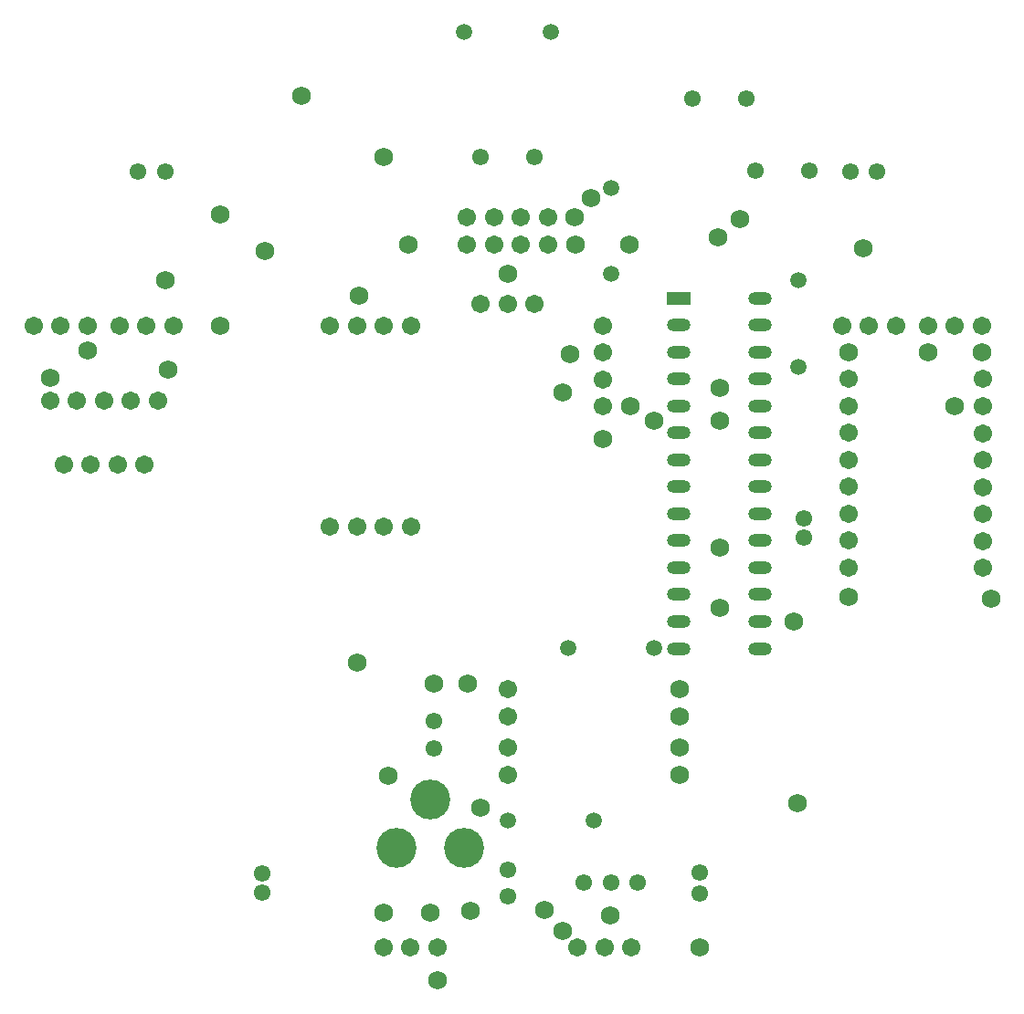
<source format=gts>
G04 Layer_Color=8388736*
%FSLAX44Y44*%
%MOMM*%
G71*
G01*
G75*
%ADD10C,1.5532*%
%ADD11C,1.5032*%
%ADD12C,1.7032*%
%ADD13C,3.7032*%
%ADD14O,2.2032X1.2032*%
%ADD15R,2.2032X1.2032*%
%ADD16C,1.7272*%
D10*
X-68000Y-230000D02*
D03*
Y-255000D02*
D03*
X230000Y281000D02*
D03*
X280000D02*
D03*
X-25000Y293750D02*
D03*
X25000D02*
D03*
X178000Y-390000D02*
D03*
Y-370000D02*
D03*
X121000Y-380000D02*
D03*
X96000D02*
D03*
X71000D02*
D03*
X0Y-392500D02*
D03*
Y-367500D02*
D03*
X-227750Y-371000D02*
D03*
Y-389000D02*
D03*
X221500Y347250D02*
D03*
X171500D02*
D03*
X274750Y-59750D02*
D03*
Y-41750D02*
D03*
X-317500Y280000D02*
D03*
X-342500D02*
D03*
X342500D02*
D03*
X317500D02*
D03*
D11*
X40000Y409500D02*
D03*
X-40000D02*
D03*
X96000Y185000D02*
D03*
Y265000D02*
D03*
X0Y-321750D02*
D03*
X80000D02*
D03*
X56000Y-162000D02*
D03*
X136000D02*
D03*
X270000Y179000D02*
D03*
Y99000D02*
D03*
D12*
X-361500Y8000D02*
D03*
X-386500D02*
D03*
X-411500D02*
D03*
X-336500D02*
D03*
X-424000Y67000D02*
D03*
X-349000D02*
D03*
X-374000D02*
D03*
X-399000D02*
D03*
X-324000D02*
D03*
X-115000Y-440000D02*
D03*
X-90000D02*
D03*
X-65000D02*
D03*
X65000D02*
D03*
X90000D02*
D03*
X115000D02*
D03*
X440750Y62500D02*
D03*
Y37250D02*
D03*
Y12250D02*
D03*
Y-12750D02*
D03*
Y87500D02*
D03*
Y-37750D02*
D03*
Y-87750D02*
D03*
Y-62750D02*
D03*
X315750Y-62500D02*
D03*
Y-87500D02*
D03*
Y-37500D02*
D03*
Y87500D02*
D03*
Y-12500D02*
D03*
Y12500D02*
D03*
Y37500D02*
D03*
Y62500D02*
D03*
X0Y-279500D02*
D03*
Y-254500D02*
D03*
Y-200500D02*
D03*
Y-225500D02*
D03*
X-37500Y237500D02*
D03*
X37500D02*
D03*
X12500D02*
D03*
X-12500D02*
D03*
Y212500D02*
D03*
X12500D02*
D03*
X37500D02*
D03*
X-37500D02*
D03*
X-89750Y-49750D02*
D03*
X-164750D02*
D03*
X-139750D02*
D03*
X-114750D02*
D03*
X-89750Y137000D02*
D03*
X-164750D02*
D03*
X-139750D02*
D03*
X-114750D02*
D03*
X-309500D02*
D03*
X-359500D02*
D03*
X-334500D02*
D03*
X389750D02*
D03*
X439750D02*
D03*
X414750D02*
D03*
X0Y157000D02*
D03*
X25000D02*
D03*
X-25000D02*
D03*
X88000Y62000D02*
D03*
Y137000D02*
D03*
Y112000D02*
D03*
Y87000D02*
D03*
X-389250Y137000D02*
D03*
X-439250D02*
D03*
X-414250D02*
D03*
X310000D02*
D03*
X360000D02*
D03*
X335000D02*
D03*
D13*
X-40250Y-347500D02*
D03*
X-102750D02*
D03*
X-71500Y-302500D02*
D03*
D14*
X159000Y-162500D02*
D03*
Y-12500D02*
D03*
Y-37500D02*
D03*
Y-62500D02*
D03*
Y-87500D02*
D03*
Y-112500D02*
D03*
Y-137500D02*
D03*
Y12500D02*
D03*
Y37500D02*
D03*
Y62500D02*
D03*
Y87500D02*
D03*
Y112500D02*
D03*
Y137500D02*
D03*
X234000D02*
D03*
Y112500D02*
D03*
Y87500D02*
D03*
Y62500D02*
D03*
Y37500D02*
D03*
Y12500D02*
D03*
Y-137500D02*
D03*
Y-112500D02*
D03*
Y-87500D02*
D03*
Y-62500D02*
D03*
Y-37500D02*
D03*
Y-12500D02*
D03*
Y-162500D02*
D03*
Y162500D02*
D03*
D15*
X159000Y162500D02*
D03*
D16*
X316000Y-115000D02*
D03*
X448000Y-116000D02*
D03*
X269000Y-306000D02*
D03*
X-34000Y-406000D02*
D03*
X-266000Y240000D02*
D03*
X-115000Y293750D02*
D03*
X-92000Y212500D02*
D03*
X58000Y111000D02*
D03*
X51000Y75000D02*
D03*
X88000Y32000D02*
D03*
X-137375Y164375D02*
D03*
X196500Y-125000D02*
D03*
Y-69000D02*
D03*
X-191000Y350000D02*
D03*
X159500Y-200500D02*
D03*
X-225000Y206000D02*
D03*
X-266000Y137000D02*
D03*
X195000Y219000D02*
D03*
X215000Y236000D02*
D03*
X196500Y79000D02*
D03*
Y49000D02*
D03*
X136000Y49000D02*
D03*
X114000Y62000D02*
D03*
X-315000Y96000D02*
D03*
X-317000Y179500D02*
D03*
X-424000Y89000D02*
D03*
X-389000Y114000D02*
D03*
X0Y185000D02*
D03*
X315750Y112000D02*
D03*
X389750D02*
D03*
X-37000Y-195000D02*
D03*
X-139750Y-176000D02*
D03*
X-68000Y-195000D02*
D03*
X265000Y-137500D02*
D03*
X330000Y209000D02*
D03*
X440000Y112500D02*
D03*
X414750Y62500D02*
D03*
X159500Y-225500D02*
D03*
Y-254500D02*
D03*
X178000Y-440000D02*
D03*
X95000Y-409750D02*
D03*
X50750Y-424250D02*
D03*
X34500Y-405000D02*
D03*
X-110250Y-280250D02*
D03*
X-71500Y-407750D02*
D03*
X159500Y-279500D02*
D03*
X-115000Y-407750D02*
D03*
X-65000Y-470500D02*
D03*
X-24750Y-310000D02*
D03*
X77000Y255000D02*
D03*
X62000Y237500D02*
D03*
X63000Y212500D02*
D03*
X113000D02*
D03*
M02*

</source>
